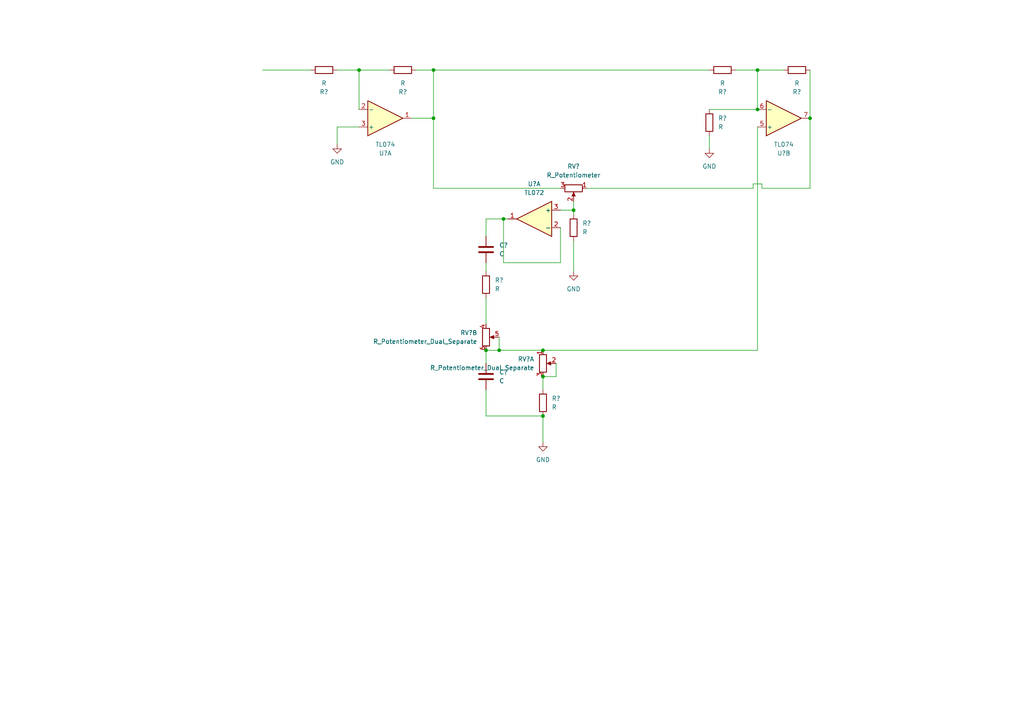
<source format=kicad_sch>
(kicad_sch (version 20211123) (generator eeschema)

  (uuid ccd66cd6-4e2e-41bc-9f91-23f905a1248c)

  (paper "A4")

  (lib_symbols
    (symbol "Amplifier_Operational:TL072" (pin_names (offset 0.127)) (in_bom yes) (on_board yes)
      (property "Reference" "U" (id 0) (at 0 5.08 0)
        (effects (font (size 1.27 1.27)) (justify left))
      )
      (property "Value" "TL072" (id 1) (at 0 -5.08 0)
        (effects (font (size 1.27 1.27)) (justify left))
      )
      (property "Footprint" "" (id 2) (at 0 0 0)
        (effects (font (size 1.27 1.27)) hide)
      )
      (property "Datasheet" "http://www.ti.com/lit/ds/symlink/tl071.pdf" (id 3) (at 0 0 0)
        (effects (font (size 1.27 1.27)) hide)
      )
      (property "ki_locked" "" (id 4) (at 0 0 0)
        (effects (font (size 1.27 1.27)))
      )
      (property "ki_keywords" "dual opamp" (id 5) (at 0 0 0)
        (effects (font (size 1.27 1.27)) hide)
      )
      (property "ki_description" "Dual Low-Noise JFET-Input Operational Amplifiers, DIP-8/SOIC-8" (id 6) (at 0 0 0)
        (effects (font (size 1.27 1.27)) hide)
      )
      (property "ki_fp_filters" "SOIC*3.9x4.9mm*P1.27mm* DIP*W7.62mm* TO*99* OnSemi*Micro8* TSSOP*3x3mm*P0.65mm* TSSOP*4.4x3mm*P0.65mm* MSOP*3x3mm*P0.65mm* SSOP*3.9x4.9mm*P0.635mm* LFCSP*2x2mm*P0.5mm* *SIP* SOIC*5.3x6.2mm*P1.27mm*" (id 7) (at 0 0 0)
        (effects (font (size 1.27 1.27)) hide)
      )
      (symbol "TL072_1_1"
        (polyline
          (pts
            (xy -5.08 5.08)
            (xy 5.08 0)
            (xy -5.08 -5.08)
            (xy -5.08 5.08)
          )
          (stroke (width 0.254) (type default) (color 0 0 0 0))
          (fill (type background))
        )
        (pin output line (at 7.62 0 180) (length 2.54)
          (name "~" (effects (font (size 1.27 1.27))))
          (number "1" (effects (font (size 1.27 1.27))))
        )
        (pin input line (at -7.62 -2.54 0) (length 2.54)
          (name "-" (effects (font (size 1.27 1.27))))
          (number "2" (effects (font (size 1.27 1.27))))
        )
        (pin input line (at -7.62 2.54 0) (length 2.54)
          (name "+" (effects (font (size 1.27 1.27))))
          (number "3" (effects (font (size 1.27 1.27))))
        )
      )
      (symbol "TL072_2_1"
        (polyline
          (pts
            (xy -5.08 5.08)
            (xy 5.08 0)
            (xy -5.08 -5.08)
            (xy -5.08 5.08)
          )
          (stroke (width 0.254) (type default) (color 0 0 0 0))
          (fill (type background))
        )
        (pin input line (at -7.62 2.54 0) (length 2.54)
          (name "+" (effects (font (size 1.27 1.27))))
          (number "5" (effects (font (size 1.27 1.27))))
        )
        (pin input line (at -7.62 -2.54 0) (length 2.54)
          (name "-" (effects (font (size 1.27 1.27))))
          (number "6" (effects (font (size 1.27 1.27))))
        )
        (pin output line (at 7.62 0 180) (length 2.54)
          (name "~" (effects (font (size 1.27 1.27))))
          (number "7" (effects (font (size 1.27 1.27))))
        )
      )
      (symbol "TL072_3_1"
        (pin power_in line (at -2.54 -7.62 90) (length 3.81)
          (name "V-" (effects (font (size 1.27 1.27))))
          (number "4" (effects (font (size 1.27 1.27))))
        )
        (pin power_in line (at -2.54 7.62 270) (length 3.81)
          (name "V+" (effects (font (size 1.27 1.27))))
          (number "8" (effects (font (size 1.27 1.27))))
        )
      )
    )
    (symbol "Amplifier_Operational:TL074" (pin_names (offset 0.127)) (in_bom yes) (on_board yes)
      (property "Reference" "U" (id 0) (at 0 5.08 0)
        (effects (font (size 1.27 1.27)) (justify left))
      )
      (property "Value" "TL074" (id 1) (at 0 -5.08 0)
        (effects (font (size 1.27 1.27)) (justify left))
      )
      (property "Footprint" "" (id 2) (at -1.27 2.54 0)
        (effects (font (size 1.27 1.27)) hide)
      )
      (property "Datasheet" "http://www.ti.com/lit/ds/symlink/tl071.pdf" (id 3) (at 1.27 5.08 0)
        (effects (font (size 1.27 1.27)) hide)
      )
      (property "ki_locked" "" (id 4) (at 0 0 0)
        (effects (font (size 1.27 1.27)))
      )
      (property "ki_keywords" "quad opamp" (id 5) (at 0 0 0)
        (effects (font (size 1.27 1.27)) hide)
      )
      (property "ki_description" "Quad Low-Noise JFET-Input Operational Amplifiers, DIP-14/SOIC-14" (id 6) (at 0 0 0)
        (effects (font (size 1.27 1.27)) hide)
      )
      (property "ki_fp_filters" "SOIC*3.9x8.7mm*P1.27mm* DIP*W7.62mm* TSSOP*4.4x5mm*P0.65mm* SSOP*5.3x6.2mm*P0.65mm* MSOP*3x3mm*P0.5mm*" (id 7) (at 0 0 0)
        (effects (font (size 1.27 1.27)) hide)
      )
      (symbol "TL074_1_1"
        (polyline
          (pts
            (xy -5.08 5.08)
            (xy 5.08 0)
            (xy -5.08 -5.08)
            (xy -5.08 5.08)
          )
          (stroke (width 0.254) (type default) (color 0 0 0 0))
          (fill (type background))
        )
        (pin output line (at 7.62 0 180) (length 2.54)
          (name "~" (effects (font (size 1.27 1.27))))
          (number "1" (effects (font (size 1.27 1.27))))
        )
        (pin input line (at -7.62 -2.54 0) (length 2.54)
          (name "-" (effects (font (size 1.27 1.27))))
          (number "2" (effects (font (size 1.27 1.27))))
        )
        (pin input line (at -7.62 2.54 0) (length 2.54)
          (name "+" (effects (font (size 1.27 1.27))))
          (number "3" (effects (font (size 1.27 1.27))))
        )
      )
      (symbol "TL074_2_1"
        (polyline
          (pts
            (xy -5.08 5.08)
            (xy 5.08 0)
            (xy -5.08 -5.08)
            (xy -5.08 5.08)
          )
          (stroke (width 0.254) (type default) (color 0 0 0 0))
          (fill (type background))
        )
        (pin input line (at -7.62 2.54 0) (length 2.54)
          (name "+" (effects (font (size 1.27 1.27))))
          (number "5" (effects (font (size 1.27 1.27))))
        )
        (pin input line (at -7.62 -2.54 0) (length 2.54)
          (name "-" (effects (font (size 1.27 1.27))))
          (number "6" (effects (font (size 1.27 1.27))))
        )
        (pin output line (at 7.62 0 180) (length 2.54)
          (name "~" (effects (font (size 1.27 1.27))))
          (number "7" (effects (font (size 1.27 1.27))))
        )
      )
      (symbol "TL074_3_1"
        (polyline
          (pts
            (xy -5.08 5.08)
            (xy 5.08 0)
            (xy -5.08 -5.08)
            (xy -5.08 5.08)
          )
          (stroke (width 0.254) (type default) (color 0 0 0 0))
          (fill (type background))
        )
        (pin input line (at -7.62 2.54 0) (length 2.54)
          (name "+" (effects (font (size 1.27 1.27))))
          (number "10" (effects (font (size 1.27 1.27))))
        )
        (pin output line (at 7.62 0 180) (length 2.54)
          (name "~" (effects (font (size 1.27 1.27))))
          (number "8" (effects (font (size 1.27 1.27))))
        )
        (pin input line (at -7.62 -2.54 0) (length 2.54)
          (name "-" (effects (font (size 1.27 1.27))))
          (number "9" (effects (font (size 1.27 1.27))))
        )
      )
      (symbol "TL074_4_1"
        (polyline
          (pts
            (xy -5.08 5.08)
            (xy 5.08 0)
            (xy -5.08 -5.08)
            (xy -5.08 5.08)
          )
          (stroke (width 0.254) (type default) (color 0 0 0 0))
          (fill (type background))
        )
        (pin input line (at -7.62 2.54 0) (length 2.54)
          (name "+" (effects (font (size 1.27 1.27))))
          (number "12" (effects (font (size 1.27 1.27))))
        )
        (pin input line (at -7.62 -2.54 0) (length 2.54)
          (name "-" (effects (font (size 1.27 1.27))))
          (number "13" (effects (font (size 1.27 1.27))))
        )
        (pin output line (at 7.62 0 180) (length 2.54)
          (name "~" (effects (font (size 1.27 1.27))))
          (number "14" (effects (font (size 1.27 1.27))))
        )
      )
      (symbol "TL074_5_1"
        (pin power_in line (at -2.54 -7.62 90) (length 3.81)
          (name "V-" (effects (font (size 1.27 1.27))))
          (number "11" (effects (font (size 1.27 1.27))))
        )
        (pin power_in line (at -2.54 7.62 270) (length 3.81)
          (name "V+" (effects (font (size 1.27 1.27))))
          (number "4" (effects (font (size 1.27 1.27))))
        )
      )
    )
    (symbol "Device:C" (pin_numbers hide) (pin_names (offset 0.254)) (in_bom yes) (on_board yes)
      (property "Reference" "C" (id 0) (at 0.635 2.54 0)
        (effects (font (size 1.27 1.27)) (justify left))
      )
      (property "Value" "C" (id 1) (at 0.635 -2.54 0)
        (effects (font (size 1.27 1.27)) (justify left))
      )
      (property "Footprint" "" (id 2) (at 0.9652 -3.81 0)
        (effects (font (size 1.27 1.27)) hide)
      )
      (property "Datasheet" "~" (id 3) (at 0 0 0)
        (effects (font (size 1.27 1.27)) hide)
      )
      (property "ki_keywords" "cap capacitor" (id 4) (at 0 0 0)
        (effects (font (size 1.27 1.27)) hide)
      )
      (property "ki_description" "Unpolarized capacitor" (id 5) (at 0 0 0)
        (effects (font (size 1.27 1.27)) hide)
      )
      (property "ki_fp_filters" "C_*" (id 6) (at 0 0 0)
        (effects (font (size 1.27 1.27)) hide)
      )
      (symbol "C_0_1"
        (polyline
          (pts
            (xy -2.032 -0.762)
            (xy 2.032 -0.762)
          )
          (stroke (width 0.508) (type default) (color 0 0 0 0))
          (fill (type none))
        )
        (polyline
          (pts
            (xy -2.032 0.762)
            (xy 2.032 0.762)
          )
          (stroke (width 0.508) (type default) (color 0 0 0 0))
          (fill (type none))
        )
      )
      (symbol "C_1_1"
        (pin passive line (at 0 3.81 270) (length 2.794)
          (name "~" (effects (font (size 1.27 1.27))))
          (number "1" (effects (font (size 1.27 1.27))))
        )
        (pin passive line (at 0 -3.81 90) (length 2.794)
          (name "~" (effects (font (size 1.27 1.27))))
          (number "2" (effects (font (size 1.27 1.27))))
        )
      )
    )
    (symbol "Device:R" (pin_numbers hide) (pin_names (offset 0)) (in_bom yes) (on_board yes)
      (property "Reference" "R" (id 0) (at 2.032 0 90)
        (effects (font (size 1.27 1.27)))
      )
      (property "Value" "R" (id 1) (at 0 0 90)
        (effects (font (size 1.27 1.27)))
      )
      (property "Footprint" "" (id 2) (at -1.778 0 90)
        (effects (font (size 1.27 1.27)) hide)
      )
      (property "Datasheet" "~" (id 3) (at 0 0 0)
        (effects (font (size 1.27 1.27)) hide)
      )
      (property "ki_keywords" "R res resistor" (id 4) (at 0 0 0)
        (effects (font (size 1.27 1.27)) hide)
      )
      (property "ki_description" "Resistor" (id 5) (at 0 0 0)
        (effects (font (size 1.27 1.27)) hide)
      )
      (property "ki_fp_filters" "R_*" (id 6) (at 0 0 0)
        (effects (font (size 1.27 1.27)) hide)
      )
      (symbol "R_0_1"
        (rectangle (start -1.016 -2.54) (end 1.016 2.54)
          (stroke (width 0.254) (type default) (color 0 0 0 0))
          (fill (type none))
        )
      )
      (symbol "R_1_1"
        (pin passive line (at 0 3.81 270) (length 1.27)
          (name "~" (effects (font (size 1.27 1.27))))
          (number "1" (effects (font (size 1.27 1.27))))
        )
        (pin passive line (at 0 -3.81 90) (length 1.27)
          (name "~" (effects (font (size 1.27 1.27))))
          (number "2" (effects (font (size 1.27 1.27))))
        )
      )
    )
    (symbol "Device:R_Potentiometer" (pin_names (offset 1.016) hide) (in_bom yes) (on_board yes)
      (property "Reference" "RV" (id 0) (at -4.445 0 90)
        (effects (font (size 1.27 1.27)))
      )
      (property "Value" "R_Potentiometer" (id 1) (at -2.54 0 90)
        (effects (font (size 1.27 1.27)))
      )
      (property "Footprint" "" (id 2) (at 0 0 0)
        (effects (font (size 1.27 1.27)) hide)
      )
      (property "Datasheet" "~" (id 3) (at 0 0 0)
        (effects (font (size 1.27 1.27)) hide)
      )
      (property "ki_keywords" "resistor variable" (id 4) (at 0 0 0)
        (effects (font (size 1.27 1.27)) hide)
      )
      (property "ki_description" "Potentiometer" (id 5) (at 0 0 0)
        (effects (font (size 1.27 1.27)) hide)
      )
      (property "ki_fp_filters" "Potentiometer*" (id 6) (at 0 0 0)
        (effects (font (size 1.27 1.27)) hide)
      )
      (symbol "R_Potentiometer_0_1"
        (polyline
          (pts
            (xy 2.54 0)
            (xy 1.524 0)
          )
          (stroke (width 0) (type default) (color 0 0 0 0))
          (fill (type none))
        )
        (polyline
          (pts
            (xy 1.143 0)
            (xy 2.286 0.508)
            (xy 2.286 -0.508)
            (xy 1.143 0)
          )
          (stroke (width 0) (type default) (color 0 0 0 0))
          (fill (type outline))
        )
        (rectangle (start 1.016 2.54) (end -1.016 -2.54)
          (stroke (width 0.254) (type default) (color 0 0 0 0))
          (fill (type none))
        )
      )
      (symbol "R_Potentiometer_1_1"
        (pin passive line (at 0 3.81 270) (length 1.27)
          (name "1" (effects (font (size 1.27 1.27))))
          (number "1" (effects (font (size 1.27 1.27))))
        )
        (pin passive line (at 3.81 0 180) (length 1.27)
          (name "2" (effects (font (size 1.27 1.27))))
          (number "2" (effects (font (size 1.27 1.27))))
        )
        (pin passive line (at 0 -3.81 90) (length 1.27)
          (name "3" (effects (font (size 1.27 1.27))))
          (number "3" (effects (font (size 1.27 1.27))))
        )
      )
    )
    (symbol "Device:R_Potentiometer_Dual_Separate" (pin_names (offset 1.016) hide) (in_bom yes) (on_board yes)
      (property "Reference" "RV" (id 0) (at -4.445 0 90)
        (effects (font (size 1.27 1.27)))
      )
      (property "Value" "R_Potentiometer_Dual_Separate" (id 1) (at -2.54 0 90)
        (effects (font (size 1.27 1.27)))
      )
      (property "Footprint" "" (id 2) (at 0 0 0)
        (effects (font (size 1.27 1.27)) hide)
      )
      (property "Datasheet" "~" (id 3) (at 0 0 0)
        (effects (font (size 1.27 1.27)) hide)
      )
      (property "ki_keywords" "resistor variable" (id 4) (at 0 0 0)
        (effects (font (size 1.27 1.27)) hide)
      )
      (property "ki_description" "Dual potentiometer, separate units" (id 5) (at 0 0 0)
        (effects (font (size 1.27 1.27)) hide)
      )
      (property "ki_fp_filters" "Potentiometer*" (id 6) (at 0 0 0)
        (effects (font (size 1.27 1.27)) hide)
      )
      (symbol "R_Potentiometer_Dual_Separate_0_1"
        (polyline
          (pts
            (xy 2.54 0)
            (xy 1.524 0)
          )
          (stroke (width 0) (type default) (color 0 0 0 0))
          (fill (type none))
        )
        (polyline
          (pts
            (xy 1.143 0)
            (xy 2.286 0.508)
            (xy 2.286 -0.508)
            (xy 1.143 0)
          )
          (stroke (width 0) (type default) (color 0 0 0 0))
          (fill (type outline))
        )
        (rectangle (start 1.016 2.54) (end -1.016 -2.54)
          (stroke (width 0.254) (type default) (color 0 0 0 0))
          (fill (type none))
        )
      )
      (symbol "R_Potentiometer_Dual_Separate_1_1"
        (pin passive line (at 0 3.81 270) (length 1.27)
          (name "1" (effects (font (size 1.27 1.27))))
          (number "1" (effects (font (size 1.27 1.27))))
        )
        (pin passive line (at 3.81 0 180) (length 1.27)
          (name "2" (effects (font (size 1.27 1.27))))
          (number "2" (effects (font (size 1.27 1.27))))
        )
        (pin passive line (at 0 -3.81 90) (length 1.27)
          (name "3" (effects (font (size 1.27 1.27))))
          (number "3" (effects (font (size 1.27 1.27))))
        )
      )
      (symbol "R_Potentiometer_Dual_Separate_2_1"
        (pin passive line (at 0 3.81 270) (length 1.27)
          (name "4" (effects (font (size 1.27 1.27))))
          (number "4" (effects (font (size 1.27 1.27))))
        )
        (pin passive line (at 3.81 0 180) (length 1.27)
          (name "5" (effects (font (size 1.27 1.27))))
          (number "5" (effects (font (size 1.27 1.27))))
        )
        (pin passive line (at 0 -3.81 90) (length 1.27)
          (name "6" (effects (font (size 1.27 1.27))))
          (number "6" (effects (font (size 1.27 1.27))))
        )
      )
    )
    (symbol "power:GND" (power) (pin_names (offset 0)) (in_bom yes) (on_board yes)
      (property "Reference" "#PWR" (id 0) (at 0 -6.35 0)
        (effects (font (size 1.27 1.27)) hide)
      )
      (property "Value" "GND" (id 1) (at 0 -3.81 0)
        (effects (font (size 1.27 1.27)))
      )
      (property "Footprint" "" (id 2) (at 0 0 0)
        (effects (font (size 1.27 1.27)) hide)
      )
      (property "Datasheet" "" (id 3) (at 0 0 0)
        (effects (font (size 1.27 1.27)) hide)
      )
      (property "ki_keywords" "power-flag" (id 4) (at 0 0 0)
        (effects (font (size 1.27 1.27)) hide)
      )
      (property "ki_description" "Power symbol creates a global label with name \"GND\" , ground" (id 5) (at 0 0 0)
        (effects (font (size 1.27 1.27)) hide)
      )
      (symbol "GND_0_1"
        (polyline
          (pts
            (xy 0 0)
            (xy 0 -1.27)
            (xy 1.27 -1.27)
            (xy 0 -2.54)
            (xy -1.27 -1.27)
            (xy 0 -1.27)
          )
          (stroke (width 0) (type default) (color 0 0 0 0))
          (fill (type none))
        )
      )
      (symbol "GND_1_1"
        (pin power_in line (at 0 0 270) (length 0) hide
          (name "GND" (effects (font (size 1.27 1.27))))
          (number "1" (effects (font (size 1.27 1.27))))
        )
      )
    )
  )

  (junction (at 146.05 63.5) (diameter 0) (color 0 0 0 0)
    (uuid 19dca905-d4d8-4df9-8b54-5f8905b57cb6)
  )
  (junction (at 234.95 34.29) (diameter 0) (color 0 0 0 0)
    (uuid 20a5683c-b91d-43a7-8178-7c6ec0dd4c45)
  )
  (junction (at 157.48 109.22) (diameter 0) (color 0 0 0 0)
    (uuid 39b5792f-85fd-48d9-beb9-209ecd47d87e)
  )
  (junction (at 125.73 34.29) (diameter 0) (color 0 0 0 0)
    (uuid 4377845a-ed40-4262-b2b5-0de152f8e396)
  )
  (junction (at 219.71 31.75) (diameter 0) (color 0 0 0 0)
    (uuid 63e59b5b-8ed4-48a0-a387-231e69d23b8f)
  )
  (junction (at 219.71 20.32) (diameter 0) (color 0 0 0 0)
    (uuid 6c710473-baff-4708-bbe6-d20847686c04)
  )
  (junction (at 125.73 20.32) (diameter 0) (color 0 0 0 0)
    (uuid 787e227b-80c6-4517-865e-a490072e5b42)
  )
  (junction (at 157.48 120.65) (diameter 0) (color 0 0 0 0)
    (uuid a2ff562e-476d-4c46-a5e2-d186431ee504)
  )
  (junction (at 104.14 20.32) (diameter 0) (color 0 0 0 0)
    (uuid ab98d63e-cd2f-4b2a-acc8-1c5c0bb032f0)
  )
  (junction (at 166.37 60.96) (diameter 0) (color 0 0 0 0)
    (uuid b35f93f5-2802-42df-b8b7-3bb35341035b)
  )
  (junction (at 140.97 101.6) (diameter 0) (color 0 0 0 0)
    (uuid bdd82def-4a03-4bfc-9005-b91de971b2da)
  )
  (junction (at 144.78 101.6) (diameter 0) (color 0 0 0 0)
    (uuid e238da6d-c6a7-4004-bac9-89c62ebd943f)
  )
  (junction (at 157.48 101.6) (diameter 0) (color 0 0 0 0)
    (uuid e26e2a30-6f9f-4d82-9522-160d8174d4b5)
  )

  (wire (pts (xy 234.95 34.29) (xy 234.95 20.32))
    (stroke (width 0) (type default) (color 0 0 0 0))
    (uuid 0c9e6ee2-bf9f-4034-99f2-6b9e2d5f1ded)
  )
  (wire (pts (xy 205.74 31.75) (xy 219.71 31.75))
    (stroke (width 0) (type default) (color 0 0 0 0))
    (uuid 0fc476a9-e739-4596-8e3c-08f4fbb58949)
  )
  (wire (pts (xy 144.78 97.79) (xy 144.78 101.6))
    (stroke (width 0) (type default) (color 0 0 0 0))
    (uuid 126930bc-6820-43a9-93c3-6d98260d9712)
  )
  (wire (pts (xy 104.14 20.32) (xy 113.03 20.32))
    (stroke (width 0) (type default) (color 0 0 0 0))
    (uuid 12b26587-e9a2-4920-809b-f0d5cd8e74b5)
  )
  (wire (pts (xy 162.56 66.04) (xy 162.56 76.2))
    (stroke (width 0) (type default) (color 0 0 0 0))
    (uuid 15ed6c24-c86b-41d0-85d8-b57760561b7b)
  )
  (wire (pts (xy 213.36 20.32) (xy 219.71 20.32))
    (stroke (width 0) (type default) (color 0 0 0 0))
    (uuid 1627d027-9f33-4853-8db8-8609c6e68647)
  )
  (wire (pts (xy 140.97 63.5) (xy 146.05 63.5))
    (stroke (width 0) (type default) (color 0 0 0 0))
    (uuid 1e17fb21-a5d7-47fc-ae07-ea435875f70f)
  )
  (wire (pts (xy 146.05 63.5) (xy 146.05 76.2))
    (stroke (width 0) (type default) (color 0 0 0 0))
    (uuid 27c6542f-9691-4363-8530-ecb9332a0e6c)
  )
  (wire (pts (xy 97.79 41.91) (xy 97.79 36.83))
    (stroke (width 0) (type default) (color 0 0 0 0))
    (uuid 27f919ca-8c04-45b4-bb45-68c323aa1ec3)
  )
  (wire (pts (xy 125.73 54.61) (xy 125.73 34.29))
    (stroke (width 0) (type default) (color 0 0 0 0))
    (uuid 2ac7b5fc-054f-418b-97bf-47e5b8fd87d3)
  )
  (wire (pts (xy 125.73 20.32) (xy 120.65 20.32))
    (stroke (width 0) (type default) (color 0 0 0 0))
    (uuid 2cfee27c-87cc-4548-bb54-de5a50623d86)
  )
  (wire (pts (xy 162.56 60.96) (xy 166.37 60.96))
    (stroke (width 0) (type default) (color 0 0 0 0))
    (uuid 2e0d0059-7d8a-45e8-80da-849a5896a4a6)
  )
  (wire (pts (xy 140.97 101.6) (xy 144.78 101.6))
    (stroke (width 0) (type default) (color 0 0 0 0))
    (uuid 3a95d7a2-b2c5-4db3-bdf2-861533da5acf)
  )
  (wire (pts (xy 146.05 63.5) (xy 147.32 63.5))
    (stroke (width 0) (type default) (color 0 0 0 0))
    (uuid 41d8b205-f87f-4076-bd5b-06fab1a3f1f4)
  )
  (wire (pts (xy 97.79 20.32) (xy 104.14 20.32))
    (stroke (width 0) (type default) (color 0 0 0 0))
    (uuid 48bbbddc-7588-49d3-b3df-89c3d7dc1bd9)
  )
  (wire (pts (xy 219.71 36.83) (xy 219.71 101.6))
    (stroke (width 0) (type default) (color 0 0 0 0))
    (uuid 4c09c8a3-02f7-4924-b96c-c09de97debb6)
  )
  (wire (pts (xy 161.29 105.41) (xy 161.29 109.22))
    (stroke (width 0) (type default) (color 0 0 0 0))
    (uuid 4d876bc2-333c-4a27-8e4f-9b2d739fe81d)
  )
  (wire (pts (xy 166.37 60.96) (xy 166.37 62.23))
    (stroke (width 0) (type default) (color 0 0 0 0))
    (uuid 5d77ec86-e8f8-46d5-82d0-ed7223a38acd)
  )
  (wire (pts (xy 234.95 34.29) (xy 234.95 54.61))
    (stroke (width 0) (type default) (color 0 0 0 0))
    (uuid 6c69f108-770a-45e6-9798-0f94a8648bb1)
  )
  (wire (pts (xy 144.78 101.6) (xy 157.48 101.6))
    (stroke (width 0) (type default) (color 0 0 0 0))
    (uuid 6daa4bd2-fc28-46e0-a06d-5c5d03d282ae)
  )
  (wire (pts (xy 220.98 54.61) (xy 234.95 54.61))
    (stroke (width 0) (type default) (color 0 0 0 0))
    (uuid 6e0cf7de-0283-4360-9830-8051d283636b)
  )
  (wire (pts (xy 146.05 76.2) (xy 162.56 76.2))
    (stroke (width 0) (type default) (color 0 0 0 0))
    (uuid 762616fb-a179-473d-996c-1fcb6d090f2d)
  )
  (wire (pts (xy 104.14 31.75) (xy 104.14 20.32))
    (stroke (width 0) (type default) (color 0 0 0 0))
    (uuid 7660c302-1b7d-4429-b883-ecc04ee18c02)
  )
  (wire (pts (xy 140.97 76.2) (xy 140.97 78.74))
    (stroke (width 0) (type default) (color 0 0 0 0))
    (uuid 7a5ed92d-d444-40d4-b74e-b30dc942655b)
  )
  (wire (pts (xy 166.37 69.85) (xy 166.37 78.74))
    (stroke (width 0) (type default) (color 0 0 0 0))
    (uuid 7a90d6c3-31fb-483f-9f70-7c908fba0c03)
  )
  (wire (pts (xy 140.97 86.36) (xy 140.97 93.98))
    (stroke (width 0) (type default) (color 0 0 0 0))
    (uuid 7ac2ebce-9f93-4580-8721-692c8904df1c)
  )
  (wire (pts (xy 205.74 39.37) (xy 205.74 43.18))
    (stroke (width 0) (type default) (color 0 0 0 0))
    (uuid 7fa282e7-5ba2-4e62-9b80-ca35ca758b73)
  )
  (wire (pts (xy 170.18 54.61) (xy 218.44 54.61))
    (stroke (width 0) (type default) (color 0 0 0 0))
    (uuid 80e94f71-e7c0-4760-8478-131dccfd26ac)
  )
  (wire (pts (xy 157.48 109.22) (xy 161.29 109.22))
    (stroke (width 0) (type default) (color 0 0 0 0))
    (uuid 85c53b0b-1abd-49f5-ac57-c6731593aa50)
  )
  (wire (pts (xy 76.2 20.32) (xy 90.17 20.32))
    (stroke (width 0) (type default) (color 0 0 0 0))
    (uuid 85f6eb6a-d42e-4fa2-85ad-cbfd4ff0685d)
  )
  (wire (pts (xy 140.97 68.58) (xy 140.97 63.5))
    (stroke (width 0) (type default) (color 0 0 0 0))
    (uuid 988a220b-56d6-4666-a918-41a623077f41)
  )
  (wire (pts (xy 218.44 54.61) (xy 218.44 53.34))
    (stroke (width 0) (type default) (color 0 0 0 0))
    (uuid 9cf0ea57-d9d8-44db-8e65-272948ebfc5d)
  )
  (wire (pts (xy 97.79 36.83) (xy 104.14 36.83))
    (stroke (width 0) (type default) (color 0 0 0 0))
    (uuid a0099297-cef1-476e-94aa-41e5c85e5394)
  )
  (wire (pts (xy 162.56 54.61) (xy 125.73 54.61))
    (stroke (width 0) (type default) (color 0 0 0 0))
    (uuid a0d581ff-4d26-4241-bb17-35dc05266ff6)
  )
  (wire (pts (xy 166.37 58.42) (xy 166.37 60.96))
    (stroke (width 0) (type default) (color 0 0 0 0))
    (uuid ad6a57a7-be41-4caf-af8e-cc9cad2aa956)
  )
  (wire (pts (xy 140.97 101.6) (xy 140.97 105.41))
    (stroke (width 0) (type default) (color 0 0 0 0))
    (uuid b15bcb40-4b45-452a-8ab1-0cebb4a7374b)
  )
  (wire (pts (xy 157.48 101.6) (xy 219.71 101.6))
    (stroke (width 0) (type default) (color 0 0 0 0))
    (uuid b61c8b04-3442-47fd-a4eb-cbbc91097bf2)
  )
  (wire (pts (xy 140.97 113.03) (xy 140.97 120.65))
    (stroke (width 0) (type default) (color 0 0 0 0))
    (uuid bec83ba0-bad7-4ad0-8ae4-4c23a91f9f69)
  )
  (wire (pts (xy 140.97 120.65) (xy 157.48 120.65))
    (stroke (width 0) (type default) (color 0 0 0 0))
    (uuid bf7f01d4-cbaa-47e1-a19e-919f805fe069)
  )
  (wire (pts (xy 119.38 34.29) (xy 125.73 34.29))
    (stroke (width 0) (type default) (color 0 0 0 0))
    (uuid c1aa5f2b-37f4-487f-a122-b1371dd3c0b1)
  )
  (wire (pts (xy 219.71 20.32) (xy 227.33 20.32))
    (stroke (width 0) (type default) (color 0 0 0 0))
    (uuid c7a4f42b-58bf-4959-bfa1-f65376d9f598)
  )
  (wire (pts (xy 219.71 31.75) (xy 219.71 20.32))
    (stroke (width 0) (type default) (color 0 0 0 0))
    (uuid d08f2e0a-98d1-4ef6-85a4-22ba298f1c06)
  )
  (wire (pts (xy 157.48 120.65) (xy 157.48 128.27))
    (stroke (width 0) (type default) (color 0 0 0 0))
    (uuid d4cf4e00-2980-4178-8046-13e0391e54e0)
  )
  (wire (pts (xy 157.48 109.22) (xy 157.48 113.03))
    (stroke (width 0) (type default) (color 0 0 0 0))
    (uuid e3ec2abd-af32-4069-bf74-6f5ad5f9d867)
  )
  (wire (pts (xy 125.73 20.32) (xy 125.73 34.29))
    (stroke (width 0) (type default) (color 0 0 0 0))
    (uuid e4abde19-4819-4cbb-9b03-08364beae079)
  )
  (wire (pts (xy 220.98 53.34) (xy 220.98 54.61))
    (stroke (width 0) (type default) (color 0 0 0 0))
    (uuid e5910b17-79eb-441e-8c83-0fadb228d6b5)
  )
  (wire (pts (xy 125.73 20.32) (xy 205.74 20.32))
    (stroke (width 0) (type default) (color 0 0 0 0))
    (uuid f6e567fa-ddca-4131-81e3-a059dcfda4d5)
  )
  (wire (pts (xy 218.44 53.34) (xy 220.98 53.34))
    (stroke (width 0) (type default) (color 0 0 0 0))
    (uuid fa6711f5-0c93-40df-8a55-b58f2842d962)
  )

  (symbol (lib_id "Amplifier_Operational:TL074") (at 227.33 34.29 0) (mirror x) (unit 2)
    (in_bom yes) (on_board yes) (fields_autoplaced)
    (uuid 07ce70f9-96e5-41f3-b850-521752162597)
    (property "Reference" "U?" (id 0) (at 227.33 44.45 0))
    (property "Value" "TL074" (id 1) (at 227.33 41.91 0))
    (property "Footprint" "" (id 2) (at 226.06 36.83 0)
      (effects (font (size 1.27 1.27)) hide)
    )
    (property "Datasheet" "http://www.ti.com/lit/ds/symlink/tl071.pdf" (id 3) (at 228.6 39.37 0)
      (effects (font (size 1.27 1.27)) hide)
    )
    (pin "1" (uuid 5c3e6899-9b84-4373-aa7a-83d3c6f5f155))
    (pin "2" (uuid 5f10070c-1f22-4cde-8c71-05ffcb0e527b))
    (pin "3" (uuid 06bcb394-54f2-4229-a480-32d24338e923))
    (pin "5" (uuid 3da735e1-978b-4af1-8062-507ba47bb3e1))
    (pin "6" (uuid f9dc0c3b-3a2a-46cb-b95c-bda376281f10))
    (pin "7" (uuid 1a0d3b47-3806-4f54-ad24-32a2539aba50))
    (pin "10" (uuid 81a64714-4fe3-4edf-89b7-b1a1ca7506e1))
    (pin "8" (uuid 34ea4275-2b20-46d6-8037-db2f1b1a972e))
    (pin "9" (uuid 22983590-485a-4496-957f-74b26eff0df5))
    (pin "12" (uuid 05b3802d-9e4d-4971-a754-618797670bf6))
    (pin "13" (uuid 3d4b3fb3-1926-4268-8d24-883ac77dea89))
    (pin "14" (uuid 5c73189c-dee6-4bb0-a85b-f9468380b216))
    (pin "11" (uuid 37b8322c-d1fd-43f7-8d37-d3df97238096))
    (pin "4" (uuid 8e7dce4d-637d-4618-9c56-22bea2ae8092))
  )

  (symbol (lib_id "Device:C") (at 140.97 72.39 0) (unit 1)
    (in_bom yes) (on_board yes) (fields_autoplaced)
    (uuid 0a9014dc-3acc-4da0-8c7d-bf186bd48df7)
    (property "Reference" "C?" (id 0) (at 144.78 71.1199 0)
      (effects (font (size 1.27 1.27)) (justify left))
    )
    (property "Value" "C" (id 1) (at 144.78 73.6599 0)
      (effects (font (size 1.27 1.27)) (justify left))
    )
    (property "Footprint" "" (id 2) (at 141.9352 76.2 0)
      (effects (font (size 1.27 1.27)) hide)
    )
    (property "Datasheet" "~" (id 3) (at 140.97 72.39 0)
      (effects (font (size 1.27 1.27)) hide)
    )
    (pin "1" (uuid b1f057a4-bcc5-450c-b342-f956e74bdb9a))
    (pin "2" (uuid e65b497d-9b87-4f57-97e5-a013749873ab))
  )

  (symbol (lib_id "Device:R_Potentiometer_Dual_Separate") (at 157.48 105.41 0) (unit 1)
    (in_bom yes) (on_board yes) (fields_autoplaced)
    (uuid 0dc519bb-38e3-4fb9-ab4a-a5c1cec95f70)
    (property "Reference" "RV?" (id 0) (at 154.94 104.1399 0)
      (effects (font (size 1.27 1.27)) (justify right))
    )
    (property "Value" "R_Potentiometer_Dual_Separate" (id 1) (at 154.94 106.6799 0)
      (effects (font (size 1.27 1.27)) (justify right))
    )
    (property "Footprint" "" (id 2) (at 157.48 105.41 0)
      (effects (font (size 1.27 1.27)) hide)
    )
    (property "Datasheet" "~" (id 3) (at 157.48 105.41 0)
      (effects (font (size 1.27 1.27)) hide)
    )
    (pin "1" (uuid e89b031b-a7cc-4989-b832-21841096839e))
    (pin "2" (uuid a95890a7-9543-427c-b189-cdbe622b1593))
    (pin "3" (uuid 83b49f7e-7ec5-4e84-bca5-e9e98bd33e0f))
    (pin "4" (uuid 79f91056-12b6-4d8a-a9bc-c37457cae799))
    (pin "5" (uuid 74aaf35e-61cb-49d6-a6f0-7bf7f18f4ede))
    (pin "6" (uuid ca51e826-f14d-44f0-af72-c0ddb8a85d82))
  )

  (symbol (lib_id "Device:R") (at 166.37 66.04 180) (unit 1)
    (in_bom yes) (on_board yes) (fields_autoplaced)
    (uuid 14602dd8-19d3-44d8-be1b-79db443aae64)
    (property "Reference" "R?" (id 0) (at 168.91 64.7699 0)
      (effects (font (size 1.27 1.27)) (justify right))
    )
    (property "Value" "R" (id 1) (at 168.91 67.3099 0)
      (effects (font (size 1.27 1.27)) (justify right))
    )
    (property "Footprint" "" (id 2) (at 168.148 66.04 90)
      (effects (font (size 1.27 1.27)) hide)
    )
    (property "Datasheet" "~" (id 3) (at 166.37 66.04 0)
      (effects (font (size 1.27 1.27)) hide)
    )
    (pin "1" (uuid f1ad2a90-06bd-41e1-8464-3806559e96fd))
    (pin "2" (uuid 5d091ea0-b5f3-47e1-aea3-1d11ab2d7d2a))
  )

  (symbol (lib_id "Device:R") (at 157.48 116.84 0) (unit 1)
    (in_bom yes) (on_board yes) (fields_autoplaced)
    (uuid 244633a3-55f4-40c9-a4fb-377f50918050)
    (property "Reference" "R?" (id 0) (at 160.02 115.5699 0)
      (effects (font (size 1.27 1.27)) (justify left))
    )
    (property "Value" "R" (id 1) (at 160.02 118.1099 0)
      (effects (font (size 1.27 1.27)) (justify left))
    )
    (property "Footprint" "" (id 2) (at 155.702 116.84 90)
      (effects (font (size 1.27 1.27)) hide)
    )
    (property "Datasheet" "~" (id 3) (at 157.48 116.84 0)
      (effects (font (size 1.27 1.27)) hide)
    )
    (pin "1" (uuid f5467f98-701a-42eb-8c0b-810d2dec36b2))
    (pin "2" (uuid 8de7b517-2080-46e7-a6d2-48879aebcfc3))
  )

  (symbol (lib_id "Device:R") (at 205.74 35.56 0) (unit 1)
    (in_bom yes) (on_board yes) (fields_autoplaced)
    (uuid 3827a6ff-21a6-4390-b7de-b3a5d6c22877)
    (property "Reference" "R?" (id 0) (at 208.28 34.2899 0)
      (effects (font (size 1.27 1.27)) (justify left))
    )
    (property "Value" "R" (id 1) (at 208.28 36.8299 0)
      (effects (font (size 1.27 1.27)) (justify left))
    )
    (property "Footprint" "" (id 2) (at 203.962 35.56 90)
      (effects (font (size 1.27 1.27)) hide)
    )
    (property "Datasheet" "~" (id 3) (at 205.74 35.56 0)
      (effects (font (size 1.27 1.27)) hide)
    )
    (pin "1" (uuid 7e2b59ec-ac08-4b7f-a6c4-68df3332081c))
    (pin "2" (uuid bb6e75c9-ef89-4e7a-bdc5-b78aa985d951))
  )

  (symbol (lib_id "Device:R") (at 116.84 20.32 90) (mirror x) (unit 1)
    (in_bom yes) (on_board yes) (fields_autoplaced)
    (uuid 5140847a-92ea-4083-b5a7-c85023336583)
    (property "Reference" "R?" (id 0) (at 116.84 26.67 90))
    (property "Value" "R" (id 1) (at 116.84 24.13 90))
    (property "Footprint" "" (id 2) (at 116.84 18.542 90)
      (effects (font (size 1.27 1.27)) hide)
    )
    (property "Datasheet" "~" (id 3) (at 116.84 20.32 0)
      (effects (font (size 1.27 1.27)) hide)
    )
    (pin "1" (uuid a18cbe79-436f-4a5e-bdee-def18da8c551))
    (pin "2" (uuid 4ded4420-7df3-4a1b-b88a-5cbd377a6da6))
  )

  (symbol (lib_id "Amplifier_Operational:TL074") (at 111.76 34.29 0) (mirror x) (unit 1)
    (in_bom yes) (on_board yes) (fields_autoplaced)
    (uuid 6d38a0b3-7551-432f-8ba0-6357b109b26d)
    (property "Reference" "U?" (id 0) (at 111.76 44.45 0))
    (property "Value" "TL074" (id 1) (at 111.76 41.91 0))
    (property "Footprint" "" (id 2) (at 110.49 36.83 0)
      (effects (font (size 1.27 1.27)) hide)
    )
    (property "Datasheet" "http://www.ti.com/lit/ds/symlink/tl071.pdf" (id 3) (at 113.03 39.37 0)
      (effects (font (size 1.27 1.27)) hide)
    )
    (pin "1" (uuid b1e24897-9f0e-449f-bf7c-b0299073d4a0))
    (pin "2" (uuid c5add667-5a32-4327-951b-2edd5f9dac30))
    (pin "3" (uuid 5c78de6b-a7fc-4b5f-87d8-bc8685705181))
    (pin "5" (uuid 05c36ecc-ee50-42fd-99a3-87a3db0cc1bd))
    (pin "6" (uuid 7dd6a1c1-1d0a-4926-9a0d-22beb052f8a7))
    (pin "7" (uuid 7f392402-4f6d-4e2e-8a73-4eed8e306e99))
    (pin "10" (uuid 2b9af3e8-28db-4487-baa0-d17d986bcdc3))
    (pin "8" (uuid 0874412b-7890-4780-9d58-d6ed7620bfc3))
    (pin "9" (uuid d4e10557-5bee-4d6f-94f4-770e042056ae))
    (pin "12" (uuid c1dd77b1-31bf-4cbf-8334-9933b8e4189f))
    (pin "13" (uuid fcac838a-c42d-4fde-bd0d-e3122ff21eff))
    (pin "14" (uuid f0f3d850-b705-4dab-b0b1-8355b39641a1))
    (pin "11" (uuid 3856e952-ee3e-4b0e-a38d-e6b328837a22))
    (pin "4" (uuid 1ba6f831-708d-415b-9620-9ce0a79e7606))
  )

  (symbol (lib_id "Amplifier_Operational:TL072") (at 154.94 63.5 0) (mirror y) (unit 1)
    (in_bom yes) (on_board yes) (fields_autoplaced)
    (uuid 82c80179-cf57-45e1-be03-ef2616bccdf4)
    (property "Reference" "U?" (id 0) (at 154.94 53.34 0))
    (property "Value" "TL072" (id 1) (at 154.94 55.88 0))
    (property "Footprint" "" (id 2) (at 154.94 63.5 0)
      (effects (font (size 1.27 1.27)) hide)
    )
    (property "Datasheet" "http://www.ti.com/lit/ds/symlink/tl071.pdf" (id 3) (at 154.94 63.5 0)
      (effects (font (size 1.27 1.27)) hide)
    )
    (pin "1" (uuid 44761013-b2a5-48bb-809c-79d7bcdc953b))
    (pin "2" (uuid c41848ec-c828-4d1e-a0fa-301e5fc46fbc))
    (pin "3" (uuid 5bf855ef-b8c4-482c-9ac9-09c18f3cb5d2))
    (pin "5" (uuid 0898802c-b281-4985-8c63-304e7a18272c))
    (pin "6" (uuid eb9a5729-2ebe-44fa-9260-a5aa41303c76))
    (pin "7" (uuid 924fb652-3043-4eaf-bc3c-972256bb0803))
    (pin "4" (uuid eb599416-d199-4109-baa0-bd6d2959664e))
    (pin "8" (uuid 9f503280-a30c-42b0-95b8-fd3c892bb571))
  )

  (symbol (lib_id "power:GND") (at 205.74 43.18 0) (unit 1)
    (in_bom yes) (on_board yes) (fields_autoplaced)
    (uuid 87ed57de-0562-41e5-a96e-aaa984452306)
    (property "Reference" "#PWR?" (id 0) (at 205.74 49.53 0)
      (effects (font (size 1.27 1.27)) hide)
    )
    (property "Value" "GND" (id 1) (at 205.74 48.26 0))
    (property "Footprint" "" (id 2) (at 205.74 43.18 0)
      (effects (font (size 1.27 1.27)) hide)
    )
    (property "Datasheet" "" (id 3) (at 205.74 43.18 0)
      (effects (font (size 1.27 1.27)) hide)
    )
    (pin "1" (uuid 35155fbf-768f-45eb-9a5b-96e35c571700))
  )

  (symbol (lib_id "Device:R_Potentiometer") (at 166.37 54.61 270) (unit 1)
    (in_bom yes) (on_board yes) (fields_autoplaced)
    (uuid 903d2f32-b868-4a7f-9ff5-b41e716b9f8e)
    (property "Reference" "RV?" (id 0) (at 166.37 48.26 90))
    (property "Value" "R_Potentiometer" (id 1) (at 166.37 50.8 90))
    (property "Footprint" "" (id 2) (at 166.37 54.61 0)
      (effects (font (size 1.27 1.27)) hide)
    )
    (property "Datasheet" "~" (id 3) (at 166.37 54.61 0)
      (effects (font (size 1.27 1.27)) hide)
    )
    (pin "1" (uuid 2a5c94dd-2864-42f2-88fa-219010929dda))
    (pin "2" (uuid c94337ae-0fa4-4731-b003-0f537e9467c3))
    (pin "3" (uuid 82863788-8c59-4a80-8b0d-44b0f9510066))
  )

  (symbol (lib_id "Device:R_Potentiometer_Dual_Separate") (at 140.97 97.79 0) (unit 2)
    (in_bom yes) (on_board yes) (fields_autoplaced)
    (uuid a877c330-a6fa-41c3-b5da-0fd1bd06c440)
    (property "Reference" "RV?" (id 0) (at 138.43 96.5199 0)
      (effects (font (size 1.27 1.27)) (justify right))
    )
    (property "Value" "R_Potentiometer_Dual_Separate" (id 1) (at 138.43 99.0599 0)
      (effects (font (size 1.27 1.27)) (justify right))
    )
    (property "Footprint" "" (id 2) (at 140.97 97.79 0)
      (effects (font (size 1.27 1.27)) hide)
    )
    (property "Datasheet" "~" (id 3) (at 140.97 97.79 0)
      (effects (font (size 1.27 1.27)) hide)
    )
    (pin "1" (uuid cefae3be-b6a1-45b2-8a48-634a7218495d))
    (pin "2" (uuid 6d113da0-48d4-4157-8b4f-41443463813b))
    (pin "3" (uuid dd8d530d-35eb-4af7-b9d5-e2d413b7dcc9))
    (pin "4" (uuid 7bd352f5-ce0b-430e-8a4f-c3ad6f844115))
    (pin "5" (uuid ecc36e53-0634-489d-b023-dd0c870da41f))
    (pin "6" (uuid 72104dd0-0885-45d2-a2d7-531a8657e185))
  )

  (symbol (lib_id "Device:R") (at 231.14 20.32 270) (mirror x) (unit 1)
    (in_bom yes) (on_board yes) (fields_autoplaced)
    (uuid ae239164-576b-4f77-9b46-13c2ef56a834)
    (property "Reference" "R?" (id 0) (at 231.14 26.67 90))
    (property "Value" "R" (id 1) (at 231.14 24.13 90))
    (property "Footprint" "" (id 2) (at 231.14 22.098 90)
      (effects (font (size 1.27 1.27)) hide)
    )
    (property "Datasheet" "~" (id 3) (at 231.14 20.32 0)
      (effects (font (size 1.27 1.27)) hide)
    )
    (pin "1" (uuid 876ed716-8a66-4d55-87ee-f7ef9001cb1d))
    (pin "2" (uuid 878a24da-a8f7-4e4b-8ba1-a709c476f1eb))
  )

  (symbol (lib_id "Device:R") (at 140.97 82.55 0) (unit 1)
    (in_bom yes) (on_board yes) (fields_autoplaced)
    (uuid b00418d6-77cd-4abd-b9f6-2c8a29f81372)
    (property "Reference" "R?" (id 0) (at 143.51 81.2799 0)
      (effects (font (size 1.27 1.27)) (justify left))
    )
    (property "Value" "R" (id 1) (at 143.51 83.8199 0)
      (effects (font (size 1.27 1.27)) (justify left))
    )
    (property "Footprint" "" (id 2) (at 139.192 82.55 90)
      (effects (font (size 1.27 1.27)) hide)
    )
    (property "Datasheet" "~" (id 3) (at 140.97 82.55 0)
      (effects (font (size 1.27 1.27)) hide)
    )
    (pin "1" (uuid f62810f1-3e17-44f9-801a-a0b729e91c1e))
    (pin "2" (uuid e1c2d3c2-c4bc-4883-ab92-64e12e1b9c58))
  )

  (symbol (lib_id "Device:R") (at 93.98 20.32 90) (mirror x) (unit 1)
    (in_bom yes) (on_board yes) (fields_autoplaced)
    (uuid b44462e2-788e-4078-a2a7-deae5c99f1b9)
    (property "Reference" "R?" (id 0) (at 93.98 26.67 90))
    (property "Value" "R" (id 1) (at 93.98 24.13 90))
    (property "Footprint" "" (id 2) (at 93.98 18.542 90)
      (effects (font (size 1.27 1.27)) hide)
    )
    (property "Datasheet" "~" (id 3) (at 93.98 20.32 0)
      (effects (font (size 1.27 1.27)) hide)
    )
    (pin "1" (uuid 4d7436d1-dcc3-465f-b6a3-3aef5c2e507f))
    (pin "2" (uuid 73c9311d-a295-46cc-a4f0-3472ed4f5fe2))
  )

  (symbol (lib_id "power:GND") (at 157.48 128.27 0) (unit 1)
    (in_bom yes) (on_board yes) (fields_autoplaced)
    (uuid be4a664c-ca1d-4eee-94a0-75eeba59c011)
    (property "Reference" "#PWR?" (id 0) (at 157.48 134.62 0)
      (effects (font (size 1.27 1.27)) hide)
    )
    (property "Value" "GND" (id 1) (at 157.48 133.35 0))
    (property "Footprint" "" (id 2) (at 157.48 128.27 0)
      (effects (font (size 1.27 1.27)) hide)
    )
    (property "Datasheet" "" (id 3) (at 157.48 128.27 0)
      (effects (font (size 1.27 1.27)) hide)
    )
    (pin "1" (uuid fc2c9517-675d-4073-9931-c19f3cd292e7))
  )

  (symbol (lib_id "power:GND") (at 166.37 78.74 0) (unit 1)
    (in_bom yes) (on_board yes) (fields_autoplaced)
    (uuid c4decabd-8c9f-4349-9c16-ca60ec7ce18a)
    (property "Reference" "#PWR?" (id 0) (at 166.37 85.09 0)
      (effects (font (size 1.27 1.27)) hide)
    )
    (property "Value" "GND" (id 1) (at 166.37 83.82 0))
    (property "Footprint" "" (id 2) (at 166.37 78.74 0)
      (effects (font (size 1.27 1.27)) hide)
    )
    (property "Datasheet" "" (id 3) (at 166.37 78.74 0)
      (effects (font (size 1.27 1.27)) hide)
    )
    (pin "1" (uuid 05028163-d550-4823-8b7e-b2ee55f5471d))
  )

  (symbol (lib_id "Device:R") (at 209.55 20.32 270) (mirror x) (unit 1)
    (in_bom yes) (on_board yes) (fields_autoplaced)
    (uuid d9ce0386-1070-4160-ad5f-01d3342f11ad)
    (property "Reference" "R?" (id 0) (at 209.55 26.67 90))
    (property "Value" "R" (id 1) (at 209.55 24.13 90))
    (property "Footprint" "" (id 2) (at 209.55 22.098 90)
      (effects (font (size 1.27 1.27)) hide)
    )
    (property "Datasheet" "~" (id 3) (at 209.55 20.32 0)
      (effects (font (size 1.27 1.27)) hide)
    )
    (pin "1" (uuid 109cb7c4-597c-4803-911f-c586db7ad194))
    (pin "2" (uuid 007ee608-f13b-4e53-b39d-0049117fb8c1))
  )

  (symbol (lib_id "Device:C") (at 140.97 109.22 0) (unit 1)
    (in_bom yes) (on_board yes) (fields_autoplaced)
    (uuid e316e24e-84fd-4d7a-8d81-36e200c3d7f7)
    (property "Reference" "C?" (id 0) (at 144.78 107.9499 0)
      (effects (font (size 1.27 1.27)) (justify left))
    )
    (property "Value" "C" (id 1) (at 144.78 110.4899 0)
      (effects (font (size 1.27 1.27)) (justify left))
    )
    (property "Footprint" "" (id 2) (at 141.9352 113.03 0)
      (effects (font (size 1.27 1.27)) hide)
    )
    (property "Datasheet" "~" (id 3) (at 140.97 109.22 0)
      (effects (font (size 1.27 1.27)) hide)
    )
    (pin "1" (uuid 06608e9a-ebad-49d2-85e9-820a5625c9f2))
    (pin "2" (uuid d257c081-f1cb-4a3e-840f-228d2cd36e5d))
  )

  (symbol (lib_id "power:GND") (at 97.79 41.91 0) (unit 1)
    (in_bom yes) (on_board yes) (fields_autoplaced)
    (uuid f6908324-dd33-4d14-b0a4-97bc6b043606)
    (property "Reference" "#PWR?" (id 0) (at 97.79 48.26 0)
      (effects (font (size 1.27 1.27)) hide)
    )
    (property "Value" "GND" (id 1) (at 97.79 46.99 0))
    (property "Footprint" "" (id 2) (at 97.79 41.91 0)
      (effects (font (size 1.27 1.27)) hide)
    )
    (property "Datasheet" "" (id 3) (at 97.79 41.91 0)
      (effects (font (size 1.27 1.27)) hide)
    )
    (pin "1" (uuid f2d37a0e-09cf-4935-85bd-278f0eef79a1))
  )

  (sheet_instances
    (path "/" (page "1"))
  )

  (symbol_instances
    (path "/87ed57de-0562-41e5-a96e-aaa984452306"
      (reference "#PWR?") (unit 1) (value "GND") (footprint "")
    )
    (path "/be4a664c-ca1d-4eee-94a0-75eeba59c011"
      (reference "#PWR?") (unit 1) (value "GND") (footprint "")
    )
    (path "/c4decabd-8c9f-4349-9c16-ca60ec7ce18a"
      (reference "#PWR?") (unit 1) (value "GND") (footprint "")
    )
    (path "/f6908324-dd33-4d14-b0a4-97bc6b043606"
      (reference "#PWR?") (unit 1) (value "GND") (footprint "")
    )
    (path "/0a9014dc-3acc-4da0-8c7d-bf186bd48df7"
      (reference "C?") (unit 1) (value "C") (footprint "")
    )
    (path "/e316e24e-84fd-4d7a-8d81-36e200c3d7f7"
      (reference "C?") (unit 1) (value "C") (footprint "")
    )
    (path "/14602dd8-19d3-44d8-be1b-79db443aae64"
      (reference "R?") (unit 1) (value "R") (footprint "")
    )
    (path "/244633a3-55f4-40c9-a4fb-377f50918050"
      (reference "R?") (unit 1) (value "R") (footprint "")
    )
    (path "/3827a6ff-21a6-4390-b7de-b3a5d6c22877"
      (reference "R?") (unit 1) (value "R") (footprint "")
    )
    (path "/5140847a-92ea-4083-b5a7-c85023336583"
      (reference "R?") (unit 1) (value "R") (footprint "")
    )
    (path "/ae239164-576b-4f77-9b46-13c2ef56a834"
      (reference "R?") (unit 1) (value "R") (footprint "")
    )
    (path "/b00418d6-77cd-4abd-b9f6-2c8a29f81372"
      (reference "R?") (unit 1) (value "R") (footprint "")
    )
    (path "/b44462e2-788e-4078-a2a7-deae5c99f1b9"
      (reference "R?") (unit 1) (value "R") (footprint "")
    )
    (path "/d9ce0386-1070-4160-ad5f-01d3342f11ad"
      (reference "R?") (unit 1) (value "R") (footprint "")
    )
    (path "/0dc519bb-38e3-4fb9-ab4a-a5c1cec95f70"
      (reference "RV?") (unit 1) (value "R_Potentiometer_Dual_Separate") (footprint "")
    )
    (path "/903d2f32-b868-4a7f-9ff5-b41e716b9f8e"
      (reference "RV?") (unit 1) (value "R_Potentiometer") (footprint "")
    )
    (path "/a877c330-a6fa-41c3-b5da-0fd1bd06c440"
      (reference "RV?") (unit 2) (value "R_Potentiometer_Dual_Separate") (footprint "")
    )
    (path "/6d38a0b3-7551-432f-8ba0-6357b109b26d"
      (reference "U?") (unit 1) (value "TL074") (footprint "")
    )
    (path "/82c80179-cf57-45e1-be03-ef2616bccdf4"
      (reference "U?") (unit 1) (value "TL072") (footprint "")
    )
    (path "/07ce70f9-96e5-41f3-b850-521752162597"
      (reference "U?") (unit 2) (value "TL074") (footprint "")
    )
  )
)

</source>
